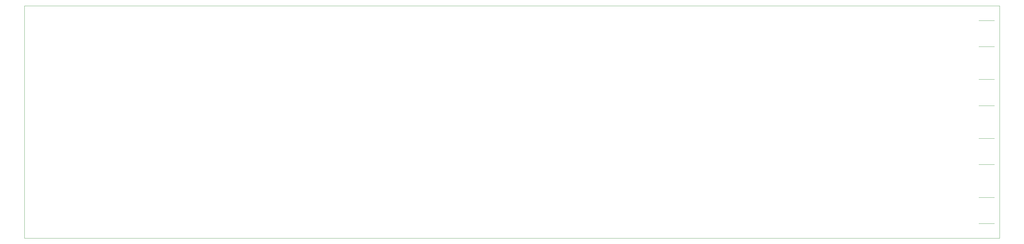
<source format=gbp>
*%FSLAX23Y23*%
*%MOIN*%
G01*
D11*
X4162Y5737D02*
Y8532D01*
X15879D02*
Y5737D01*
X4162D01*
Y8532D02*
X15879D01*
D32*
X13304Y7125D02*
D03*
X13343D02*
D03*
Y7050D02*
D03*
X13383D02*
D03*
D104*
X14946Y8433D02*
D03*
X15016D02*
D03*
X14946Y7015D02*
D03*
X15016D02*
D03*
Y7723D02*
D03*
X14946D02*
D03*
X14931Y7438D02*
D03*
X14861D02*
D03*
Y8148D02*
D03*
X14931D02*
D03*
X14946Y6306D02*
D03*
X15016D02*
D03*
X14861Y6021D02*
D03*
X14931D02*
D03*
X14861Y6730D02*
D03*
X14931D02*
D03*
X13335Y7332D02*
D03*
X13265D02*
D03*
X13599Y7947D02*
D03*
X13529D02*
D03*
X13950Y8209D02*
D03*
X13880D02*
D03*
X14611Y7473D02*
D03*
X14541D02*
D03*
X14491Y7438D02*
D03*
X14421D02*
D03*
X14611Y7403D02*
D03*
X14541D02*
D03*
Y8113D02*
D03*
X14611D02*
D03*
X14421Y8148D02*
D03*
X14491D02*
D03*
X14541Y8183D02*
D03*
X14611D02*
D03*
X13151Y7416D02*
D03*
X13221D02*
D03*
X13108Y7121D02*
D03*
X13178D02*
D03*
X13108Y7199D02*
D03*
X13178D02*
D03*
X13033Y6904D02*
D03*
X13103D02*
D03*
X13599Y7877D02*
D03*
X13529D02*
D03*
X13599Y8097D02*
D03*
X13529D02*
D03*
X13599Y8026D02*
D03*
X13529D02*
D03*
X13599Y8168D02*
D03*
X13529D02*
D03*
X13599Y8239D02*
D03*
X13529D02*
D03*
X13599Y8306D02*
D03*
X13529D02*
D03*
X13599Y8373D02*
D03*
X13529D02*
D03*
X13818Y6239D02*
D03*
X13888D02*
D03*
X13818Y6179D02*
D03*
X13888D02*
D03*
X13932Y5987D02*
D03*
X13862D02*
D03*
X14421Y6730D02*
D03*
X14491D02*
D03*
X14541Y6056D02*
D03*
X14611D02*
D03*
X14421Y6021D02*
D03*
X14491D02*
D03*
X14541Y5986D02*
D03*
X14611D02*
D03*
X14541Y6765D02*
D03*
X14611D02*
D03*
X14541Y6695D02*
D03*
X14611D02*
D03*
X13183Y6810D02*
D03*
X13253D02*
D03*
X13662Y6286D02*
D03*
X13592D02*
D03*
X13662Y6215D02*
D03*
X13592D02*
D03*
X13662Y6136D02*
D03*
X13592D02*
D03*
X13662Y6066D02*
D03*
X13592D02*
D03*
X13662Y5995D02*
D03*
X13592D02*
D03*
X13662Y5924D02*
D03*
X13592D02*
D03*
X13662Y5857D02*
D03*
X13592D02*
D03*
X13662Y5790D02*
D03*
X13592D02*
D03*
X12158Y8095D02*
D03*
X12088D02*
D03*
X12178Y7845D02*
D03*
X12241D02*
D03*
X12178Y7908D02*
D03*
X12241D02*
D03*
X12317Y7845D02*
D03*
X12387D02*
D03*
X12317Y7908D02*
D03*
X12387D02*
D03*
X12262Y7719D02*
D03*
X12332D02*
D03*
X12876Y6904D02*
D03*
X12946D02*
D03*
X12801Y7121D02*
D03*
X12871D02*
D03*
X12801Y7199D02*
D03*
X12871D02*
D03*
X12770Y7424D02*
D03*
X12840D02*
D03*
X12135Y7396D02*
D03*
X12065D02*
D03*
X12174Y7333D02*
D03*
X12104D02*
D03*
X12951Y6810D02*
D03*
X13021D02*
D03*
X12758D02*
D03*
X12828D02*
D03*
X9963Y6197D02*
D03*
X10033D02*
D03*
Y6137D02*
D03*
X9963D02*
D03*
Y6077D02*
D03*
X10033D02*
D03*
Y6257D02*
D03*
X9963D02*
D03*
X9793Y6164D02*
D03*
X9863D02*
D03*
D112*
X14686Y7308D02*
D03*
Y7378D02*
D03*
Y8088D02*
D03*
Y8018D02*
D03*
Y5961D02*
D03*
Y5891D02*
D03*
Y6670D02*
D03*
Y6600D02*
D03*
X13699Y7896D02*
D03*
Y7966D02*
D03*
X13761Y7896D02*
D03*
Y7966D02*
D03*
X13320Y6838D02*
D03*
Y6908D02*
D03*
X13599Y7797D02*
D03*
Y7727D02*
D03*
X13064Y7244D02*
D03*
Y7314D02*
D03*
X12694Y7248D02*
D03*
Y7318D02*
D03*
X12914Y7244D02*
D03*
Y7314D02*
D03*
X12361Y8458D02*
D03*
Y8388D02*
D03*
X12434Y8458D02*
D03*
Y8388D02*
D03*
X12674Y6911D02*
D03*
Y6841D02*
D03*
X6303Y6717D02*
D03*
Y6647D02*
D03*
D120*
X9890Y6236D02*
D03*
X9800D02*
D03*
D128*
X10162Y6125D02*
D03*
Y6215D02*
D03*
X10241D02*
D03*
Y6125D02*
D03*
X10320D02*
D03*
Y6215D02*
D03*
X10399D02*
D03*
Y6125D02*
D03*
D144*
X15628Y7332D02*
X15817D01*
Y7646D02*
X15628D01*
Y8355D02*
X15817D01*
Y8041D02*
X15628D01*
Y6937D02*
X15817D01*
Y6623D02*
X15628D01*
Y6228D02*
X15817D01*
Y5914D02*
X15628D01*
D02*
M02*

</source>
